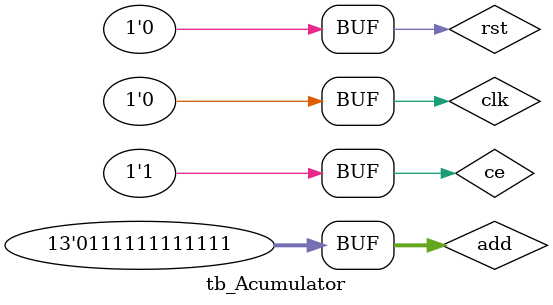
<source format=v>
`timescale 1ns / 1ps


module tb_Acumulator(
    
    );
    reg clk = 1'b0;
    reg signed [12:0]add;
    reg rst = 1'b0;
    reg ce = 1'b1;
    wire signed [20:0]y;
    initial
    begin
       add = 13'b0111111111111;
       #2; clk = ~clk;
       #2; clk = ~clk;
//        add = 13'b0000000000001;
       #2; clk = ~clk;
       #2; clk = ~clk;
//       add = 13'b0000000000001;
       #2; clk = ~clk;
       #2; clk = ~clk;
//       add = 13'b0000000000001;
       #2; clk = ~clk;
       #2; clk = ~clk;
//       add = 13'b0000000000001;
       #2; clk = ~clk;
       #2; clk = ~clk;
//       add = 13'b0000000000001;
       #2; clk = ~clk;
       #2; clk = ~clk;
//       add = 13'b0000000000001;
       #2; clk = ~clk;
       #2; clk = ~clk;
//       add = 13'b0000000000001;
       #2; clk = ~clk;
       #2; clk = ~clk;
//       add = 13'b0000000000001;
       #2; clk = ~clk;
       #2; clk = ~clk;
//       add = 13'b0000000000001;
       #2; clk = ~clk;
       #2; clk = ~clk;
    end
    Acumulator acc(
    .x(add),
    .y(y),
    .rst(rst),
    .clk(clk),
    .ce(ce)
    );
endmodule

</source>
